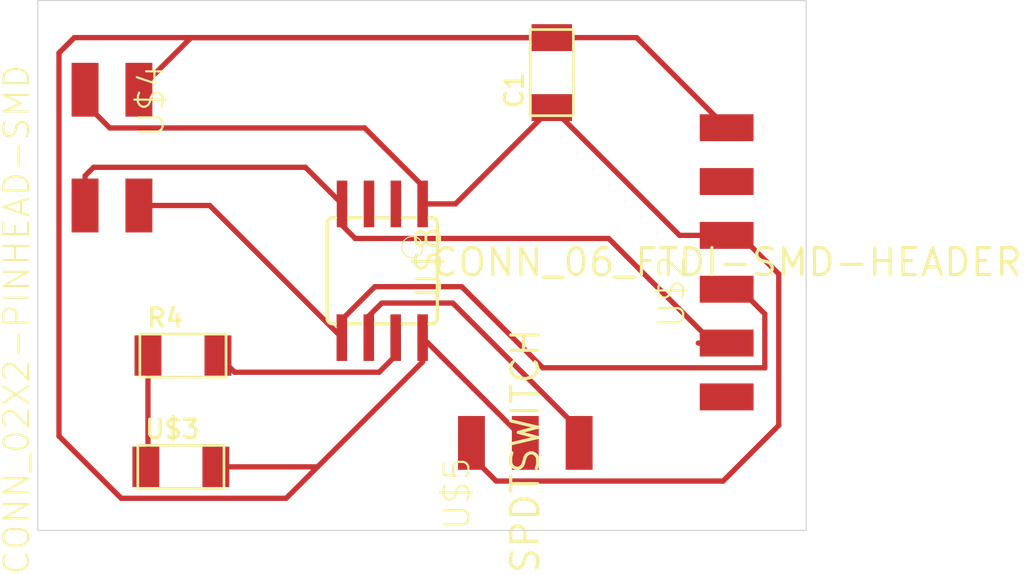
<source format=kicad_pcb>
(kicad_pcb (version 20211014) (generator pcbnew)
  (layers (0 "F.Cu" signal) (31 "B.Cu" signal) (34 "B.Paste" user) (35 "F.Paste" user) (36 "B.SilkS" user "B.Silkscreen") (37 "F.SilkS" user "F.Silkscreen") (38 "B.Mask" user) (39 "F.Mask" user) (44 "Edge.Cuts" user))
  (net 0 "")
  (net 1 "/VCC")
  (net 2 "/GND")
  (net 3 "Net-(R4-Pad1)")
  (net 4 "/PA3")
  (net 6 "/TX")
  (net 7 "/RX")
  (net 9 "/UPDI")
  (net 10 "/PA6")
  (net 11 "/PA7")
  (footprint "ATtiny412_networking_master:1X06SMD" (layer "F.Cu") (at 146.25 81.1)
    (fp_text reference "U$2" (at -1.905 3.175 90) (layer "F.SilkS") (effects (font (size 1.1684 1.1684) (thickness 0.1016)) (justify left bottom)))
    (fp_text value "CONN_06_FTDI-SMD-HEADER" (at 0 0) (layer "F.SilkS") (effects (font (size 1.27 1.27))))
    (pad "1" smd rect (at 0 -6.35) (size 2.54 1.27) (layers "F.Cu" "F.Paste" "F.Mask") (net 2 "/GND"))
    (pad "2" smd rect (at 0 -3.81) (size 2.54 1.27) (layers "F.Cu" "F.Paste" "F.Mask"))
    (pad "3" smd rect (at 0 -1.27) (size 2.54 1.27) (layers "F.Cu" "F.Paste" "F.Mask") (net 1 "/VCC"))
    (pad "4" smd rect (at 0 1.27) (size 2.54 1.27) (layers "F.Cu" "F.Paste" "F.Mask") (net 6 "/TX"))
    (pad "5" smd rect (at 0 3.81) (size 2.54 1.27) (layers "F.Cu" "F.Paste" "F.Mask") (net 7 "/RX"))
    (pad "6" smd rect (at 0 6.35) (size 2.54 1.27) (layers "F.Cu" "F.Paste" "F.Mask"))
  )
  (footprint "ATtiny412_networking_master:SPDTSWITCH" (layer "F.Cu") (at 136.75 90 90)
    (fp_text reference "U$5" (at -3.81 -2.54 90) (layer "F.SilkS") (effects (font (size 1.1684 1.1684) (thickness 0.1016)) (justify left bottom)))
    (fp_text value "SPDTSWITCH" (at 0 0 90) (layer "F.SilkS") (effects (font (size 1.27 1.27))))
    (pad "1" smd rect (at 0.38 -2.54 90) (size 2.54 1.27) (layers "F.Cu" "F.Paste" "F.Mask") (net 1 "/VCC"))
    (pad "2" smd rect (at 0.38 0 90) (size 2.54 1.27) (layers "F.Cu" "F.Paste" "F.Mask") (net 2 "/GND"))
    (pad "3" smd rect (at 0.38 2.54 90) (size 2.54 1.27) (layers "F.Cu" "F.Paste" "F.Mask") (net 9 "/UPDI"))
  )
  (footprint "ATtiny412_networking_master:C1206FAB" (layer "F.Cu") (at 138 72.151 90)
    (fp_text reference "C1" (at -1.778 -1.27 90) (layer "F.SilkS") (effects (font (size 0.8636 0.8636) (thickness 0.1524)) (justify left bottom)))
    (fp_text value "1uF")
    (fp_line (start -2.032 -1.016) (end 2.032 -1.016) (layer "F.SilkS") (width 0.127))
    (fp_line (start 2.032 1.016) (end -2.032 1.016) (layer "F.SilkS") (width 0.127))
    (fp_line (start 2.032 -1.016) (end 2.032 1.016) (layer "F.SilkS") (width 0.127))
    (fp_line (start -2.032 1.016) (end -2.032 -1.016) (layer "F.SilkS") (width 0.127))
    (pad "1" smd rect (at -1.651 0 90) (size 1.27 1.905) (layers "F.Cu" "F.Paste" "F.Mask") (net 1 "/VCC"))
    (pad "2" smd rect (at 1.651 0 90) (size 1.27 1.905) (layers "F.Cu" "F.Paste" "F.Mask") (net 2 "/GND"))
  )
  (footprint "ATtiny412_networking_master:LED1206FAB" (layer "F.Cu") (at 120.5 90.75)
    (fp_text reference "U$3" (at -1.778 -1.27) (layer "F.SilkS") (effects (font (size 0.8636 0.8636) (thickness 0.1524)) (justify left bottom)))
    (fp_text value "LEDFAB1206")
    (fp_line (start -2.032 -1.016) (end 2.032 -1.016) (layer "F.SilkS") (width 0.127))
    (fp_line (start -2.032 1.016) (end -2.032 -1.016) (layer "F.SilkS") (width 0.127))
    (fp_line (start 2.032 -1.016) (end 2.032 1.016) (layer "F.SilkS") (width 0.127))
    (fp_line (start 2.032 1.016) (end -2.032 1.016) (layer "F.SilkS") (width 0.127))
    (pad "1" smd rect (at -1.651 0) (size 1.27 1.905) (layers "F.Cu" "F.Paste" "F.Mask") (net 3 "Net-(R4-Pad1)"))
    (pad "2" smd rect (at 1.651 0) (size 1.27 1.905) (layers "F.Cu" "F.Paste" "F.Mask") (net 2 "/GND"))
  )
  (footprint "ATtiny412_networking_master:2X02SMD" (layer "F.Cu") (at 117.25 75.5 -90)
    (fp_text reference "U$4" (at -3.81 -2.54 90) (layer "F.SilkS") (effects (font (size 1.1684 1.1684) (thickness 0.1016)) (justify right bottom)))
    (fp_text value "CONN_02X2-PINHEAD-SMD" (at -3.81 3.81 90) (layer "F.SilkS") (effects (font (size 1.1684 1.1684) (thickness 0.1016)) (justify right bottom)))
    (pad "1" smd rect (at -2.54 -1.27 270) (size 2.54 1.27) (layers "F.Cu" "F.Paste" "F.Mask") (net 2 "/GND"))
    (pad "2" smd rect (at 2.92 -1.27 270) (size 2.54 1.27) (layers "F.Cu" "F.Paste" "F.Mask") (net 6 "/TX"))
    (pad "3" smd rect (at -2.54 1.27 270) (size 2.54 1.27) (layers "F.Cu" "F.Paste" "F.Mask") (net 1 "/VCC"))
    (pad "4" smd rect (at 2.92 1.27 270) (size 2.54 1.27) (layers "F.Cu" "F.Paste" "F.Mask") (net 7 "/RX"))
  )
  (footprint "ATtiny412_networking_master:R1206FAB" (layer "F.Cu") (at 120.599 85.5)
    (fp_text reference "R4" (at -1.778 -1.27) (layer "F.SilkS") (effects (font (size 0.8636 0.8636) (thickness 0.1524)) (justify left bottom)))
    (fp_text value "1K")
    (fp_line (start 2.032 1.016) (end -2.032 1.016) (layer "F.SilkS") (width 0.127))
    (fp_line (start 2.032 -1.016) (end 2.032 1.016) (layer "F.SilkS") (width 0.127))
    (fp_line (start -2.032 -1.016) (end 2.032 -1.016) (layer "F.SilkS") (width 0.127))
    (fp_line (start -2.032 1.016) (end -2.032 -1.016) (layer "F.SilkS") (width 0.127))
    (pad "1" smd rect (at -1.651 0) (size 1.27 1.905) (layers "F.Cu" "F.Paste" "F.Mask") (net 3 "Net-(R4-Pad1)"))
    (pad "2" smd rect (at 1.651 0) (size 1.27 1.905) (layers "F.Cu" "F.Paste" "F.Mask") (net 4 "/PA3"))
  )
  (footprint "ATtiny412_networking_master:SOIC8" (layer "F.Cu") (at 130 81.5 180)
    (fp_text reference "U$8" (at -2.8575 2.159 90) (layer "F.SilkS") (effects (font (size 1.143 1.143) (thickness 0.127)) (justify right bottom)))
    (fp_text value "UC_ATTINY45SI")
    (fp_line (start -2.21 -2.5) (end -2.34 -2.5) (layer "F.SilkS") (width 0.1524))
    (fp_line (start 0.95 -2.5) (end 1.59 -2.5) (layer "F.SilkS") (width 0.1524))
    (fp_line (start 1.59 2.5) (end 0.94 2.5) (layer "F.SilkS") (width 0.1524))
    (fp_line (start -2.6 -2.25) (end -2.6 2.24) (layer "F.SilkS") (width 0.1524))
    (fp_line (start -2.21 2.5) (end -2.34 2.5) (layer "F.SilkS") (width 0.1524))
    (fp_line (start -1.59 -2.5) (end -0.95 -2.5) (layer "F.SilkS") (width 0.1524))
    (fp_line (start 0.32 2.5) (end -0.33 2.5) (layer "F.SilkS") (width 0.1524))
    (fp_line (start -0.32 -2.5) (end 0.32 -2.5) (layer "F.SilkS") (width 0.1524))
    (fp_line (start -0.95 2.5) (end -1.59 2.5) (layer "F.SilkS") (width 0.1524))
    (fp_line (start 2.2 2.5) (end 2.33 2.5) (layer "F.SilkS") (width 0.1524))
    (fp_line (start 2.21 -2.5) (end 2.36 -2.5) (layer "F.SilkS") (width 0.1524))
    (fp_line (start 2.6 2.25) (end 2.6 -2.25) (layer "F.SilkS") (width 0.1524))
    (fp_arc (start 2.35 -2.5) (mid 2.526777 -2.426777) (end 2.6 -2.25) (layer "F.SilkS") (width 0.1524))
    (fp_arc (start 2.6 2.25) (mid 2.526777 2.426777) (end 2.35 2.5) (layer "F.SilkS") (width 0.1524))
    (fp_arc (start -2.35 2.5) (mid -2.526777 2.426777) (end -2.6 2.25) (layer "F.SilkS") (width 0.1524))
    (fp_arc (start -2.6 -2.25) (mid -2.526777 -2.426777) (end -2.35 -2.5) (layer "F.SilkS") (width 0.1524))
    (fp_circle (center -1.42 1.115) (end -0.92 1.115) (layer "F.SilkS") (width 0.0508) (fill none))
    (pad "1" smd rect (at -1.905 3.154 180) (size 0.5 2.2) (layers "F.Cu" "F.Paste" "F.Mask") (net 1 "/VCC"))
    (pad "2" smd rect (at -0.645 3.154 180) (size 0.5 2.2) (layers "F.Cu" "F.Paste" "F.Mask") (net 10 "/PA6"))
    (pad "3" smd rect (at 0.625 3.154 180) (size 0.5 2.2) (layers "F.Cu" "F.Paste" "F.Mask") (net 11 "/PA7"))
    (pad "4" smd rect (at 1.895 3.154 180) (size 0.5 2.2) (layers "F.Cu" "F.Paste" "F.Mask") (net 7 "/RX"))
    (pad "5" smd rect (at 1.905 -3.154 180) (size 0.5 2.2) (layers "F.Cu" "F.Paste" "F.Mask") (net 6 "/TX"))
    (pad "6" smd rect (at 0.635 -3.154 180) (size 0.5 2.2) (layers "F.Cu" "F.Paste" "F.Mask") (net 9 "/UPDI"))
    (pad "7" smd rect (at -0.635 -3.154 180) (size 0.5 2.2) (layers "F.Cu" "F.Paste" "F.Mask") (net 4 "/PA3"))
    (pad "8" smd rect (at -1.905 -3.154 180) (size 0.5 2.2) (layers "F.Cu" "F.Paste" "F.Mask") (net 2 "/GND"))
  )
  (gr_rect (start 113.75 93.75) (end 150 68.75) (layer "Edge.Cuts") (width 0.05) (fill none))
  (segment (start 134.21 90.255) (end 135.375911 91.420911) (width 0.25) (layer "F.Cu") (net 1))
  (segment (start 131.905 77.496) (end 129.169911 74.760911) (width 0.25) (layer "F.Cu") (net 1))
  (segment (start 146.079089 91.420911) (end 148.706831 88.793169) (width 0.25) (layer "F.Cu") (net 1))
  (segment (start 148.706831 81.651831) (end 146.885 79.83) (width 0.25) (layer "F.Cu") (net 1))
  (segment (start 134.21 90.255) (end 134.21 89.62) (width 0.25) (layer "F.Cu") (net 1))
  (segment (start 131.905 78.346) (end 131.905 77.496) (width 0.25) (layer "F.Cu") (net 1))
  (segment (start 144.028 79.83) (end 146.25 79.83) (width 0.25) (layer "F.Cu") (net 1))
  (segment (start 133.456 78.346) (end 138 73.802) (width 0.25) (layer "F.Cu") (net 1))
  (segment (start 135.375911 91.420911) (end 146.079089 91.420911) (width 0.25) (layer "F.Cu") (net 1))
  (segment (start 146.25 79.83) (end 146.885 79.83) (width 0.25) (layer "F.Cu") (net 1))
  (segment (start 115.98 73.595) (end 115.98 72.96) (width 0.25) (layer "F.Cu") (net 1))
  (segment (start 148.706831 88.793169) (end 148.706831 81.651831) (width 0.25) (layer "F.Cu") (net 1))
  (segment (start 131.905 78.346) (end 133.456 78.346) (width 0.25) (layer "F.Cu") (net 1))
  (segment (start 138 73.802) (end 144.028 79.83) (width 0.25) (layer "F.Cu") (net 1))
  (segment (start 117.145911 74.760911) (end 115.98 73.595) (width 0.25) (layer "F.Cu") (net 1))
  (segment (start 129.169911 74.760911) (end 117.145911 74.760911) (width 0.25) (layer "F.Cu") (net 1))
  (segment (start 120.98 70.5) (end 118.52 72.96) (width 0.25) (layer "F.Cu") (net 2))
  (segment (start 136.75 89.62) (end 136.75 89.499) (width 0.25) (layer "F.Cu") (net 2))
  (segment (start 138 70.5) (end 115.473178 70.5) (width 0.25) (layer "F.Cu") (net 2))
  (segment (start 131.905 85.795822) (end 131.905 84.654) (width 0.25) (layer "F.Cu") (net 2))
  (segment (start 146.885 74.75) (end 146.25 74.75) (width 0.25) (layer "F.Cu") (net 2))
  (segment (start 142 70.5) (end 146.25 74.75) (width 0.25) (layer "F.Cu") (net 2))
  (segment (start 122.151 90.75) (end 122.151 91.151) (width 0.25) (layer "F.Cu") (net 2))
  (segment (start 138 70.5) (end 120.98 70.5) (width 0.25) (layer "F.Cu") (net 2))
  (segment (start 136.75 89.499) (end 131.905 84.654) (width 0.25) (layer "F.Cu") (net 2))
  (segment (start 125.467411 92.233411) (end 126.950822 90.75) (width 0.25) (layer "F.Cu") (net 2))
  (segment (start 126.950822 90.75) (end 131.905 85.795822) (width 0.25) (layer "F.Cu") (net 2))
  (segment (start 114.75 71.223178) (end 114.75 89.300322) (width 0.25) (layer "F.Cu") (net 2))
  (segment (start 122.151 90.75) (end 126.950822 90.75) (width 0.25) (layer "F.Cu") (net 2))
  (segment (start 117.683089 92.233411) (end 125.467411 92.233411) (width 0.25) (layer "F.Cu") (net 2))
  (segment (start 114.75 89.300322) (end 117.683089 92.233411) (width 0.25) (layer "F.Cu") (net 2))
  (segment (start 122.151 91.151) (end 122.25 91.25) (width 0.25) (layer "F.Cu") (net 2))
  (segment (start 115.473178 70.5) (end 114.75 71.223178) (width 0.25) (layer "F.Cu") (net 2))
  (segment (start 138 70.5) (end 142 70.5) (width 0.25) (layer "F.Cu") (net 2))
  (segment (start 118.948 85.5) (end 118.948 90.651) (width 0.25) (layer "F.Cu") (net 3))
  (segment (start 118.948 90.651) (end 118.849 90.75) (width 0.25) (layer "F.Cu") (net 3))
  (segment (start 122.25 85.5) (end 123.034911 86.284911) (width 0.25) (layer "F.Cu") (net 4))
  (segment (start 129.854089 86.284911) (end 130.635 85.504) (width 0.25) (layer "F.Cu") (net 4))
  (segment (start 123.034911 86.284911) (end 129.854089 86.284911) (width 0.25) (layer "F.Cu") (net 4))
  (segment (start 130.635 85.504) (end 130.635 84.654) (width 0.25) (layer "F.Cu") (net 4))
  (segment (start 129.649 82.25) (end 128.095 83.804) (width 0.25) (layer "F.Cu") (net 6))
  (segment (start 133.75 82.25) (end 129.649 82.25) (width 0.25) (layer "F.Cu") (net 6))
  (segment (start 148.050911 83.535911) (end 148.050911 86.075911) (width 0.25) (layer "F.Cu") (net 6))
  (segment (start 137.575911 86.075911) (end 133.75 82.25) (width 0.25) (layer "F.Cu") (net 6))
  (segment (start 118.52 78.42) (end 121.861 78.42) (width 0.25) (layer "F.Cu") (net 6))
  (segment (start 148.050911 86.075911) (end 137.575911 86.075911) (width 0.25) (layer "F.Cu") (net 6))
  (segment (start 146.25 82.37) (end 146.885 82.37) (width 0.25) (layer "F.Cu") (net 6))
  (segment (start 121.861 78.42) (end 128.095 84.654) (width 0.25) (layer "F.Cu") (net 6))
  (segment (start 128.095 83.804) (end 128.095 84.654) (width 0.25) (layer "F.Cu") (net 6))
  (segment (start 146.885 82.37) (end 148.050911 83.535911) (width 0.25) (layer "F.Cu") (net 6))
  (segment (start 126.378089 76.619089) (end 116.380911 76.619089) (width 0.25) (layer "F.Cu") (net 7))
  (segment (start 128.726911 79.976911) (end 128.105 79.355) (width 0.25) (layer "F.Cu") (net 7))
  (segment (start 140.681911 79.976911) (end 128.726911 79.976911) (width 0.25) (layer "F.Cu") (net 7))
  (segment (start 146.25 84.91) (end 145.615 84.91) (width 0.25) (layer "F.Cu") (net 7))
  (segment (start 128.105 78.346) (end 126.378089 76.619089) (width 0.25) (layer "F.Cu") (net 7))
  (segment (start 144.91 84.91) (end 146.25 84.91) (width 0.25) (layer "F.Cu") (net 7))
  (segment (start 128.105 79.355) (end 128.105 78.346) (width 0.25) (layer "F.Cu") (net 7))
  (segment (start 115.98 77.02) (end 115.98 78.42) (width 0.25) (layer "F.Cu") (net 7))
  (segment (start 116.380911 76.619089) (end 115.98 77.02) (width 0.25) (layer "F.Cu") (net 7))
  (segment (start 145.615 84.91) (end 140.681911 79.976911) (width 0.25) (layer "F.Cu") (net 7))
  (segment (start 139.29 88.985) (end 133.328089 83.023089) (width 0.25) (layer "F.Cu") (net 9))
  (segment (start 129.976911 83.023089) (end 129.365 83.635) (width 0.25) (layer "F.Cu") (net 9))
  (segment (start 129.365 83.635) (end 129.365 84.654) (width 0.25) (layer "F.Cu") (net 9))
  (segment (start 133.328089 83.023089) (end 129.976911 83.023089) (width 0.25) (layer "F.Cu") (net 9))
  (segment (start 139.29 89.62) (end 139.29 88.985) (width 0.25) (layer "F.Cu") (net 9))
)
</source>
